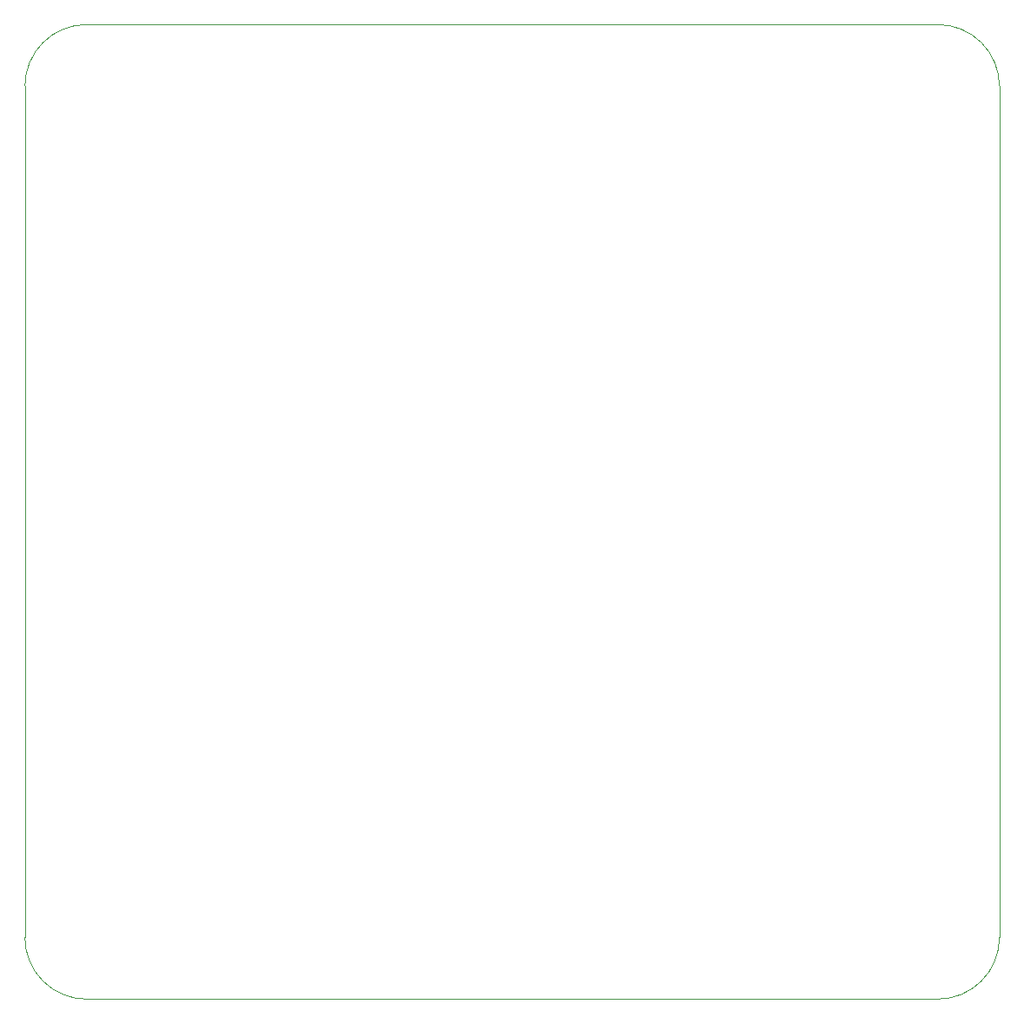
<source format=gbr>
G04 #@! TF.GenerationSoftware,KiCad,Pcbnew,(6.0.1)*
G04 #@! TF.CreationDate,2022-05-14T09:46:04-04:00*
G04 #@! TF.ProjectId,PiPico-01,50695069-636f-42d3-9031-2e6b69636164,2*
G04 #@! TF.SameCoordinates,Original*
G04 #@! TF.FileFunction,Profile,NP*
%FSLAX46Y46*%
G04 Gerber Fmt 4.6, Leading zero omitted, Abs format (unit mm)*
G04 Created by KiCad (PCBNEW (6.0.1)) date 2022-05-14 09:46:04*
%MOMM*%
%LPD*%
G01*
G04 APERTURE LIST*
G04 #@! TA.AperFunction,Profile*
%ADD10C,0.100000*%
G04 #@! TD*
G04 APERTURE END LIST*
D10*
X10000000Y-99000000D02*
G75*
G03*
X16000000Y-105000000I5999999J-1D01*
G01*
X105000000Y-16000000D02*
G75*
G03*
X99000000Y-10000000I-5999999J1D01*
G01*
X99000000Y-105000000D02*
X16000000Y-105000000D01*
X10000000Y-99000000D02*
X10000000Y-16000000D01*
X16000000Y-10000000D02*
G75*
G03*
X10000000Y-16000000I-1J-5999999D01*
G01*
X99000000Y-105000000D02*
G75*
G03*
X105000000Y-99000000I1J5999999D01*
G01*
X105000000Y-16000000D02*
X105000000Y-99000000D01*
X16000000Y-10000000D02*
X99000000Y-10000000D01*
M02*

</source>
